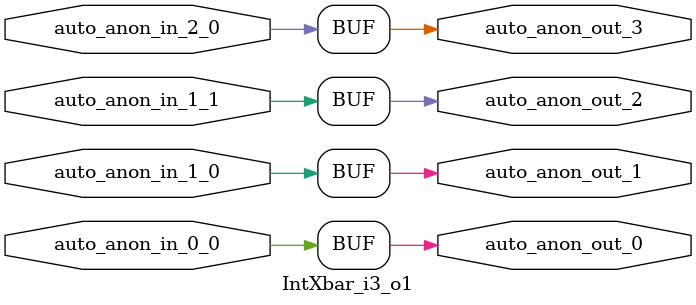
<source format=sv>
module IntXbar_i3_o1(	// @[generators/rocket-chip/src/main/scala/interrupts/Xbar.scala:22:9]
  input  auto_anon_in_2_0,	// @[generators/diplomacy/diplomacy/src/diplomacy/lazymodule/LazyModuleImp.scala:106:25]
  input  auto_anon_in_1_0,	// @[generators/diplomacy/diplomacy/src/diplomacy/lazymodule/LazyModuleImp.scala:106:25]
  input  auto_anon_in_1_1,	// @[generators/diplomacy/diplomacy/src/diplomacy/lazymodule/LazyModuleImp.scala:106:25]
  input  auto_anon_in_0_0,	// @[generators/diplomacy/diplomacy/src/diplomacy/lazymodule/LazyModuleImp.scala:106:25]
  output auto_anon_out_0,	// @[generators/diplomacy/diplomacy/src/diplomacy/lazymodule/LazyModuleImp.scala:106:25]
  output auto_anon_out_1,	// @[generators/diplomacy/diplomacy/src/diplomacy/lazymodule/LazyModuleImp.scala:106:25]
  output auto_anon_out_2,	// @[generators/diplomacy/diplomacy/src/diplomacy/lazymodule/LazyModuleImp.scala:106:25]
  output auto_anon_out_3	// @[generators/diplomacy/diplomacy/src/diplomacy/lazymodule/LazyModuleImp.scala:106:25]
);

  assign auto_anon_out_0 = auto_anon_in_0_0;	// @[generators/rocket-chip/src/main/scala/interrupts/Xbar.scala:22:9]
  assign auto_anon_out_1 = auto_anon_in_1_0;	// @[generators/rocket-chip/src/main/scala/interrupts/Xbar.scala:22:9]
  assign auto_anon_out_2 = auto_anon_in_1_1;	// @[generators/rocket-chip/src/main/scala/interrupts/Xbar.scala:22:9]
  assign auto_anon_out_3 = auto_anon_in_2_0;	// @[generators/rocket-chip/src/main/scala/interrupts/Xbar.scala:22:9]
endmodule


</source>
